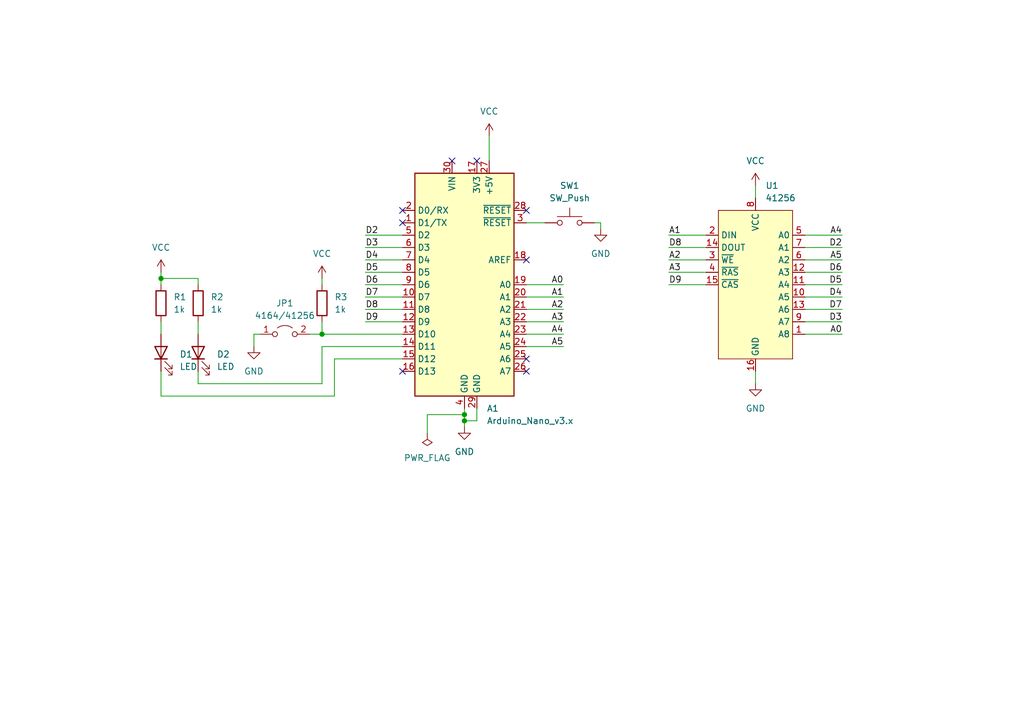
<source format=kicad_sch>
(kicad_sch (version 20211123) (generator eeschema)
  (paper "A5")
  (title_block (title "4164/41256 DRAM Tester") (date "2023-05-09") (rev "1.0") (company "Yaroslav Veremenko"))
  (lib_symbols
    (symbol "Device:LED" (pin_numbers hide) (pin_names (offset 1.016) hide)
      (property "Reference" "D" (at 0 2.54 0))
      (property "Value" "LED" (at 0 -2.54 0))
      (symbol "LED_0_1"
        (polyline (pts (xy -1.27 -1.27) (xy -1.27 1.27)) (stroke (width 0.254)))
        (polyline (pts (xy -1.27 0) (xy 1.27 0)))
        (polyline (pts (xy 1.27 -1.27) (xy 1.27 1.27) (xy -1.27 0) (xy 1.27 -1.27)) (stroke (width 0.254)))
        (polyline (pts (xy -3.048 -0.762) (xy -4.572 -2.286) (xy -3.81 -2.286) (xy -4.572 -2.286) (xy -4.572 -1.524)))
        (polyline (pts (xy -1.778 -0.762) (xy -3.302 -2.286) (xy -2.54 -2.286) (xy -3.302 -2.286) (xy -3.302 -1.524)))
      )
      (symbol "LED_1_1"
        (pin passive line (at -3.81 0 0) (length 2.54) (name "K") (number "1"))
        (pin passive line (at 3.81 0 180) (length 2.54) (name "A") (number "2"))
      )
    )
    (symbol "Device:R" (pin_numbers hide) (pin_names (offset 0))
      (property "Reference" "R" (at 2.032 0 90))
      (property "Value" "R" (at 0 0 90))
      (symbol "R_0_1"
        (rectangle (start -1.016 -2.54) (end 1.016 2.54) (stroke (width 0.254)))
      )
      (symbol "R_1_1"
        (pin passive line (at 0 3.81 270) (length 1.27) (name "~") (number "1"))
        (pin passive line (at 0 -3.81 90) (length 1.27) (name "~") (number "2"))
      )
    )
    (symbol "Jumper:Jumper_2_Open" (pin_names (offset 0) hide)
      (property "Reference" "JP" (at 0 2.794 0))
      (property "Value" "Jumper_2_Open" (at 0 -2.286 0))
      (symbol "Jumper_2_Open_0_0"
        (circle (center -2.032 0) (radius 0.508))
        (circle (center 2.032 0) (radius 0.508))
      )
      (symbol "Jumper_2_Open_0_1"
        (arc (start 1.524 1.27) (mid 0 1.778) (end -1.524 1.27))
      )
      (symbol "Jumper_2_Open_1_1"
        (pin passive line (at -5.08 0 0) (length 2.54) (name "A") (number "1"))
        (pin passive line (at 5.08 0 180) (length 2.54) (name "B") (number "2"))
      )
    )
    (symbol "MCU_Module:Arduino_Nano_v3.x"
      (property "Reference" "A" (at -10.16 23.495 0))
      (property "Value" "Arduino_Nano_v3.x" (at 5.08 -24.13 0))
      (symbol "Arduino_Nano_v3.x_0_1"
        (rectangle (start -10.16 22.86) (end 10.16 -22.86) (stroke (width 0.254)) (fill (type background)))
      )
      (symbol "Arduino_Nano_v3.x_1_1"
        (pin bidirectional line (at -12.7 12.7 0) (length 2.54) (name "D1/TX") (number "1"))
        (pin bidirectional line (at -12.7 -2.54 0) (length 2.54) (name "D7") (number "10"))
        (pin bidirectional line (at -12.7 -5.08 0) (length 2.54) (name "D8") (number "11"))
        (pin bidirectional line (at -12.7 -7.62 0) (length 2.54) (name "D9") (number "12"))
        (pin bidirectional line (at -12.7 -10.16 0) (length 2.54) (name "D10") (number "13"))
        (pin bidirectional line (at -12.7 -12.7 0) (length 2.54) (name "D11") (number "14"))
        (pin bidirectional line (at -12.7 -15.24 0) (length 2.54) (name "D12") (number "15"))
        (pin bidirectional line (at -12.7 -17.78 0) (length 2.54) (name "D13") (number "16"))
        (pin power_out line (at 2.54 25.4 270) (length 2.54) (name "3V3") (number "17"))
        (pin input line (at 12.7 5.08 180) (length 2.54) (name "AREF") (number "18"))
        (pin bidirectional line (at 12.7 0 180) (length 2.54) (name "A0") (number "19"))
        (pin bidirectional line (at -12.7 15.24 0) (length 2.54) (name "D0/RX") (number "2"))
        (pin bidirectional line (at 12.7 -2.54 180) (length 2.54) (name "A1") (number "20"))
        (pin bidirectional line (at 12.7 -5.08 180) (length 2.54) (name "A2") (number "21"))
        (pin bidirectional line (at 12.7 -7.62 180) (length 2.54) (name "A3") (number "22"))
        (pin bidirectional line (at 12.7 -10.16 180) (length 2.54) (name "A4") (number "23"))
        (pin bidirectional line (at 12.7 -12.7 180) (length 2.54) (name "A5") (number "24"))
        (pin bidirectional line (at 12.7 -15.24 180) (length 2.54) (name "A6") (number "25"))
        (pin bidirectional line (at 12.7 -17.78 180) (length 2.54) (name "A7") (number "26"))
        (pin power_out line (at 5.08 25.4 270) (length 2.54) (name "+5V") (number "27"))
        (pin input line (at 12.7 15.24 180) (length 2.54) (name "~{RESET}") (number "28"))
        (pin power_in line (at 2.54 -25.4 90) (length 2.54) (name "GND") (number "29"))
        (pin input line (at 12.7 12.7 180) (length 2.54) (name "~{RESET}") (number "3"))
        (pin power_in line (at -2.54 25.4 270) (length 2.54) (name "VIN") (number "30"))
        (pin power_in line (at 0 -25.4 90) (length 2.54) (name "GND") (number "4"))
        (pin bidirectional line (at -12.7 10.16 0) (length 2.54) (name "D2") (number "5"))
        (pin bidirectional line (at -12.7 7.62 0) (length 2.54) (name "D3") (number "6"))
        (pin bidirectional line (at -12.7 5.08 0) (length 2.54) (name "D4") (number "7"))
        (pin bidirectional line (at -12.7 2.54 0) (length 2.54) (name "D5") (number "8"))
        (pin bidirectional line (at -12.7 0 0) (length 2.54) (name "D6") (number "9"))
      )
    )
    (symbol "Switch:SW_Push" (pin_numbers hide) (pin_names (offset 1.016) hide)
      (property "Reference" "SW" (at 1.27 2.54 0))
      (property "Value" "SW_Push" (at 0 -1.524 0))
      (symbol "SW_Push_0_1"
        (circle (center -2.032 0) (radius 0.508))
        (polyline (pts (xy 0 1.27) (xy 0 3.048)))
        (polyline (pts (xy 2.54 1.27) (xy -2.54 1.27)))
        (circle (center 2.032 0) (radius 0.508))
        (pin passive line (at -5.08 0 0) (length 2.54) (name "1") (number "1"))
        (pin passive line (at 5.08 0 180) (length 2.54) (name "2") (number "2"))
      )
    )
    (symbol "power:GND" (power) (pin_names (offset 0))
      (property "Value" "GND" (at 0 -3.81 0))
      (symbol "GND_0_1"
        (polyline (pts (xy 0 0) (xy 0 -1.27) (xy 1.27 -1.27) (xy 0 -2.54) (xy -1.27 -1.27) (xy 0 -1.27)))
      )
      (symbol "GND_1_1"
        (pin power_in line (at 0 0 270) (length 0) hide (name "GND") (number "1"))
      )
    )
    (symbol "power:PWR_FLAG" (power) (pin_numbers hide) (pin_names (offset 0) hide)
      (property "Value" "PWR_FLAG" (at 0 3.81 0))
      (symbol "PWR_FLAG_0_0"
        (pin power_out line (at 0 0 90) (length 0) (name "pwr") (number "1"))
      )
      (symbol "PWR_FLAG_0_1"
        (polyline (pts (xy 0 0) (xy 0 1.27) (xy -1.016 1.905) (xy 0 2.54) (xy 1.016 1.905) (xy 0 1.27)))
      )
    )
    (symbol "power:VCC" (power) (pin_names (offset 0))
      (property "Value" "VCC" (at 0 3.81 0))
      (symbol "VCC_0_1"
        (polyline (pts (xy -0.762 1.27) (xy 0 2.54)))
        (polyline (pts (xy 0 0) (xy 0 2.54)))
        (polyline (pts (xy 0 2.54) (xy 0.762 1.27)))
      )
      (symbol "VCC_1_1"
        (pin power_in line (at 0 0 90) (length 0) hide (name "VCC") (number "1"))
      )
    )
    (symbol "yaroslib:41256"
      (property "Reference" "U" (at 5.08 5.08 0))
      (property "Value" "41256" (at 5.08 2.54 0))
      (symbol "41256_0_1"
        (rectangle (start -7.62 0) (end 7.62 -30.48) (fill (type background)))
      )
      (symbol "41256_1_1"
        (pin input line (at 10.16 -25.4 180) (length 2.54) (name "A8") (number "1"))
        (pin input line (at 10.16 -17.78 180) (length 2.54) (name "A5") (number "10"))
        (pin input line (at 10.16 -15.24 180) (length 2.54) (name "A4") (number "11"))
        (pin input line (at 10.16 -12.7 180) (length 2.54) (name "A3") (number "12"))
        (pin input line (at 10.16 -20.32 180) (length 2.54) (name "A6") (number "13"))
        (pin output line (at -10.16 -7.62 0) (length 2.54) (name "DOUT") (number "14"))
        (pin input line (at -10.16 -15.24 0) (length 2.54) (name "~{CAS}") (number "15"))
        (pin power_in line (at 0 -33.02 90) (length 2.54) (name "GND") (number "16"))
        (pin input line (at -10.16 -5.08 0) (length 2.54) (name "DIN") (number "2"))
        (pin input line (at -10.16 -10.16 0) (length 2.54) (name "~{WE}") (number "3"))
        (pin input line (at -10.16 -12.7 0) (length 2.54) (name "~{RAS}") (number "4"))
        (pin input line (at 10.16 -5.08 180) (length 2.54) (name "A0") (number "5"))
        (pin input line (at 10.16 -10.16 180) (length 2.54) (name "A2") (number "6"))
        (pin input line (at 10.16 -7.62 180) (length 2.54) (name "A1") (number "7"))
        (pin power_in line (at 0 2.54 270) (length 2.54) (name "VCC") (number "8"))
        (pin input line (at 10.16 -22.86 180) (length 2.54) (name "A7") (number "9"))
      )
    )
  )
  (junction (at 33.02 57.15))
  (junction (at 95.25 86.36))
  (junction (at 66.04 68.58))
  (junction (at 95.25 85.09))
  (no_connect (at 82.55 76.2))
  (no_connect (at 82.55 45.72))
  (no_connect (at 107.95 43.18))
  (no_connect (at 97.79 33.02))
  (no_connect (at 92.71 33.02))
  (no_connect (at 82.55 43.18))
  (no_connect (at 107.95 53.34))
  (no_connect (at 107.95 76.2))
  (no_connect (at 107.95 73.66))
  (wire (pts (xy 33.02 76.2) (xy 33.02 81.28)))
  (wire (pts (xy 107.95 68.58) (xy 115.57 68.58)))
  (wire (pts (xy 87.63 88.9) (xy 87.63 85.09)))
  (wire (pts (xy 68.58 73.66) (xy 68.58 81.28)))
  (wire (pts (xy 165.1 66.04) (xy 172.72 66.04)))
  (wire (pts (xy 107.95 45.72) (xy 111.76 45.72)))
  (wire (pts (xy 137.16 48.26) (xy 144.78 48.26)))
  (wire (pts (xy 82.55 73.66) (xy 68.58 73.66)))
  (wire (pts (xy 165.1 60.96) (xy 172.72 60.96)))
  (wire (pts (xy 33.02 57.15) (xy 33.02 58.42)))
  (wire (pts (xy 33.02 55.88) (xy 33.02 57.15)))
  (wire (pts (xy 66.04 57.15) (xy 66.04 58.42)))
  (wire (pts (xy 74.93 55.88) (xy 82.55 55.88)))
  (wire (pts (xy 100.33 27.94) (xy 100.33 33.02)))
  (wire (pts (xy 154.94 38.1) (xy 154.94 40.64)))
  (wire (pts (xy 107.95 71.12) (xy 115.57 71.12)))
  (wire (pts (xy 165.1 55.88) (xy 172.72 55.88)))
  (wire (pts (xy 97.79 86.36) (xy 95.25 86.36)))
  (wire (pts (xy 66.04 66.04) (xy 66.04 68.58)))
  (wire (pts (xy 74.93 53.34) (xy 82.55 53.34)))
  (wire (pts (xy 154.94 78.74) (xy 154.94 76.2)))
  (wire (pts (xy 123.19 45.72) (xy 123.19 46.99)))
  (wire (pts (xy 97.79 83.82) (xy 97.79 86.36)))
  (wire (pts (xy 95.25 86.36) (xy 95.25 87.63)))
  (wire (pts (xy 63.5 68.58) (xy 66.04 68.58)))
  (wire (pts (xy 107.95 58.42) (xy 115.57 58.42)))
  (wire (pts (xy 74.93 66.04) (xy 82.55 66.04)))
  (wire (pts (xy 52.07 68.58) (xy 52.07 71.12)))
  (wire (pts (xy 74.93 63.5) (xy 82.55 63.5)))
  (wire (pts (xy 40.64 58.42) (xy 40.64 57.15)))
  (wire (pts (xy 137.16 53.34) (xy 144.78 53.34)))
  (wire (pts (xy 137.16 58.42) (xy 144.78 58.42)))
  (wire (pts (xy 74.93 48.26) (xy 82.55 48.26)))
  (wire (pts (xy 53.34 68.58) (xy 52.07 68.58)))
  (wire (pts (xy 33.02 66.04) (xy 33.02 68.58)))
  (wire (pts (xy 165.1 53.34) (xy 172.72 53.34)))
  (wire (pts (xy 165.1 63.5) (xy 172.72 63.5)))
  (wire (pts (xy 40.64 78.74) (xy 66.04 78.74)))
  (wire (pts (xy 165.1 58.42) (xy 172.72 58.42)))
  (wire (pts (xy 165.1 68.58) (xy 172.72 68.58)))
  (wire (pts (xy 87.63 85.09) (xy 95.25 85.09)))
  (wire (pts (xy 66.04 78.74) (xy 66.04 71.12)))
  (wire (pts (xy 107.95 66.04) (xy 115.57 66.04)))
  (wire (pts (xy 165.1 48.26) (xy 172.72 48.26)))
  (wire (pts (xy 40.64 76.2) (xy 40.64 78.74)))
  (wire (pts (xy 74.93 50.8) (xy 82.55 50.8)))
  (wire (pts (xy 95.25 85.09) (xy 95.25 86.36)))
  (wire (pts (xy 121.92 45.72) (xy 123.19 45.72)))
  (wire (pts (xy 165.1 50.8) (xy 172.72 50.8)))
  (wire (pts (xy 137.16 55.88) (xy 144.78 55.88)))
  (wire (pts (xy 107.95 63.5) (xy 115.57 63.5)))
  (wire (pts (xy 137.16 50.8) (xy 144.78 50.8)))
  (wire (pts (xy 66.04 68.58) (xy 82.55 68.58)))
  (wire (pts (xy 66.04 71.12) (xy 82.55 71.12)))
  (wire (pts (xy 74.93 60.96) (xy 82.55 60.96)))
  (wire (pts (xy 40.64 66.04) (xy 40.64 68.58)))
  (wire (pts (xy 74.93 58.42) (xy 82.55 58.42)))
  (wire (pts (xy 40.64 57.15) (xy 33.02 57.15)))
  (wire (pts (xy 107.95 60.96) (xy 115.57 60.96)))
  (wire (pts (xy 68.58 81.28) (xy 33.02 81.28)))
  (wire (pts (xy 95.25 83.82) (xy 95.25 85.09)))
  (label "A5" (at 115.57 71.12 180))
  (label "D3" (at 172.72 66.04 180))
  (label "D7" (at 172.72 63.5 180))
  (label "D2" (at 172.72 50.8 180))
  (label "D5" (at 172.72 58.42 180))
  (label "D8" (at 137.16 50.8 0))
  (label "D7" (at 74.93 60.96 0))
  (label "D4" (at 172.72 60.96 180))
  (label "D6" (at 172.72 55.88 180))
  (label "D5" (at 74.93 55.88 0))
  (label "A4" (at 115.57 68.58 180))
  (label "D8" (at 74.93 63.5 0))
  (label "D9" (at 137.16 58.42 0))
  (label "A3" (at 115.57 66.04 180))
  (label "D6" (at 74.93 58.42 0))
  (label "A1" (at 137.16 48.26 0))
  (label "A2" (at 115.57 63.5 180))
  (label "D3" (at 74.93 50.8 0))
  (label "A0" (at 115.57 58.42 180))
  (label "D4" (at 74.93 53.34 0))
  (label "A0" (at 172.72 68.58 180))
  (label "A1" (at 115.57 60.96 180))
  (label "A3" (at 137.16 55.88 0))
  (label "A2" (at 137.16 53.34 0))
  (label "D2" (at 74.93 48.26 0))
  (label "D9" (at 74.93 66.04 0))
  (label "A5" (at 172.72 53.34 180))
  (label "A4" (at 172.72 48.26 180))
  (symbol (lib_id "power:VCC") (at 33.02 55.88 0) (unit 1)
    (property "Reference" "#PWR04" (effects hide))
    (property "Value" "VCC" (at 33.02 50.8 0))
  )
  (symbol (lib_id "power:GND") (at 95.25 87.63 0) (unit 1)
    (property "Reference" "#PWR08" (effects hide))
    (property "Value" "GND" (at 95.25 92.71 0))
  )
  (symbol (lib_id "yaroslib:41256") (at 154.94 43.18 0) (unit 1)
    (property "Reference" "U1" (at 156.9594 38.1 0) (effects (justify left)))
    (property "Value" "41256" (at 156.9594 40.64 0) (effects (justify left)))
    (property "Footprint" "zif16:216-3340-00-0602J" (effects hide))
  )
  (symbol (lib_id "Device:R") (at 66.04 62.23 0) (unit 1)
    (property "Reference" "R3" (at 68.58 60.9599 0) (effects (justify left)))
    (property "Value" "1k" (at 68.58 63.4999 0) (effects (justify left)))
    (property "Footprint" "Resistor_THT:R_Axial_DIN0207_L6.3mm_D2.5mm_P2.54mm_Vertical" (effects hide))
  )
  (symbol (lib_id "Device:LED") (at 40.64 72.39 90) (unit 1)
    (property "Reference" "D2" (at 44.45 72.7074 90) (effects (justify right)))
    (property "Value" "LED" (at 44.45 75.2474 90) (effects (justify right)))
    (property "Footprint" "LED_THT:LED_D3.0mm" (effects hide))
  )
  (symbol (lib_id "power:GND") (at 123.19 46.99 0) (unit 1)
    (property "Reference" "#PWR03" (effects hide))
    (property "Value" "GND" (at 123.19 52.07 0))
  )
  (symbol (lib_id "MCU_Module:Arduino_Nano_v3.x") (at 95.25 58.42 0) (unit 1)
    (property "Reference" "A1" (at 99.8094 83.82 0) (effects (justify left)))
    (property "Value" "Arduino_Nano_v3.x" (at 99.8094 86.36 0) (effects (justify left)))
    (property "Footprint" "Module:Arduino_Nano" (effects hide))
    (property "Datasheet" "http://www.mouser.com/pdfdocs/Gravitech_Arduino_Nano3_0.pdf" (effects hide))
  )
  (symbol (lib_id "power:PWR_FLAG") (at 87.63 88.9 180) (unit 1)
    (property "Reference" "#FLG0101" (effects hide))
    (property "Value" "PWR_FLAG" (at 87.63 93.98 0))
  )
  (symbol (lib_id "power:GND") (at 154.94 78.74 0) (unit 1)
    (property "Reference" "#PWR07" (effects hide))
    (property "Value" "GND" (at 154.94 83.82 0))
  )
  (symbol (lib_id "power:VCC") (at 100.33 27.94 0) (unit 1)
    (property "Reference" "#PWR01" (effects hide))
    (property "Value" "VCC" (at 100.33 22.86 0))
  )
  (symbol (lib_id "power:VCC") (at 66.04 57.15 0) (unit 1)
    (property "Reference" "#PWR05" (effects hide))
    (property "Value" "VCC" (at 66.04 52.07 0))
  )
  (symbol (lib_id "Device:R") (at 33.02 62.23 0) (unit 1)
    (property "Reference" "R1" (at 35.56 60.9599 0) (effects (justify left)))
    (property "Value" "1k" (at 35.56 63.4999 0) (effects (justify left)))
    (property "Footprint" "Resistor_THT:R_Axial_DIN0207_L6.3mm_D2.5mm_P2.54mm_Vertical" (effects hide))
  )
  (symbol (lib_id "Jumper:Jumper_2_Open") (at 58.42 68.58 0) (unit 1)
    (property "Reference" "JP1" (at 58.42 62.23 0))
    (property "Value" "4164/41256" (at 58.42 64.77 0))
    (property "Footprint" "Connector_PinHeader_2.54mm:PinHeader_1x02_P2.54mm_Vertical" (effects hide))
  )
  (symbol (lib_id "power:GND") (at 52.07 71.12 0) (unit 1)
    (property "Reference" "#PWR06" (effects hide))
    (property "Value" "GND" (at 52.07 76.2 0))
  )
  (symbol (lib_id "power:VCC") (at 154.94 38.1 0) (unit 1)
    (property "Reference" "#PWR02" (effects hide))
    (property "Value" "VCC" (at 154.94 33.02 0))
  )
  (symbol (lib_id "Device:LED") (at 33.02 72.39 90) (unit 1)
    (property "Reference" "D1" (at 36.83 72.7074 90) (effects (justify right)))
    (property "Value" "LED" (at 36.83 75.2474 90) (effects (justify right)))
    (property "Footprint" "LED_THT:LED_D3.0mm" (effects hide))
  )
  (symbol (lib_id "Switch:SW_Push") (at 116.84 45.72 0) (unit 1)
    (property "Reference" "SW1" (at 116.84 38.1 0))
    (property "Value" "SW_Push" (at 116.84 40.64 0))
    (property "Footprint" "Button_Switch_THT:SW_PUSH_6mm" (effects hide))
  )
  (symbol (lib_id "Device:R") (at 40.64 62.23 0) (unit 1)
    (property "Reference" "R2" (at 43.18 60.9599 0) (effects (justify left)))
    (property "Value" "1k" (at 43.18 63.4999 0) (effects (justify left)))
    (property "Footprint" "Resistor_THT:R_Axial_DIN0207_L6.3mm_D2.5mm_P2.54mm_Vertical" (effects hide))
  )
)
</source>
